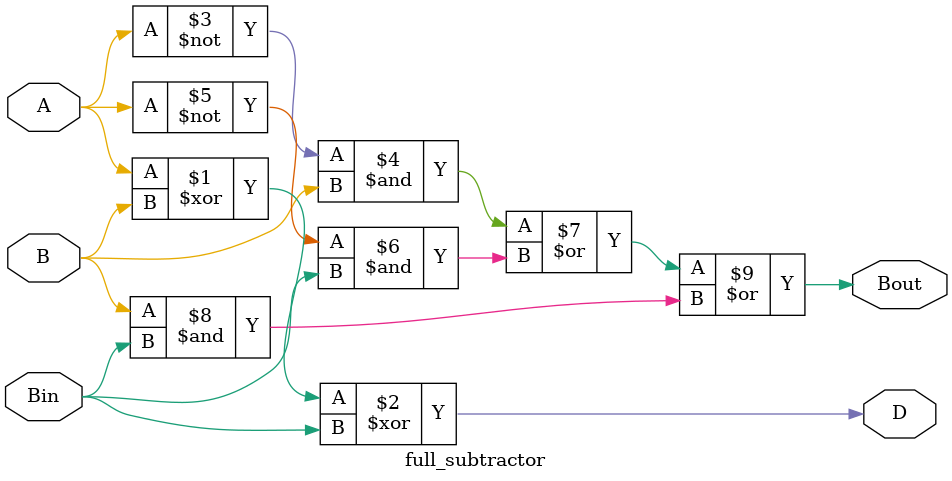
<source format=v>
module full_subtractor (
  input A,  // Minuend
  input B,  // Subtrahend
  input Bin,  // Borrow input
  output D,  // Difference
  output Bout  // Borrow output
);

  assign D = A ^ B ^ Bin;    // Difference
  assign Bout = (~A & B) | (~A & Bin) | (B & Bin);  // Borrow output

endmodule

</source>
